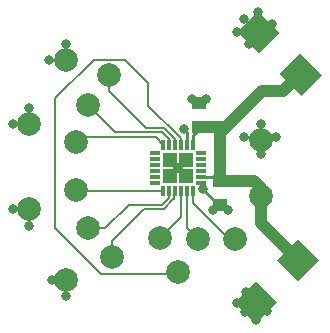
<source format=gtl>
G04 #@! TF.GenerationSoftware,KiCad,Pcbnew,(5.1.5)-3*
G04 #@! TF.CreationDate,2020-01-28T19:09:49-03:30*
G04 #@! TF.ProjectId,RPM Sensor,52504d20-5365-46e7-936f-722e6b696361,rev?*
G04 #@! TF.SameCoordinates,Original*
G04 #@! TF.FileFunction,Copper,L1,Top*
G04 #@! TF.FilePolarity,Positive*
%FSLAX46Y46*%
G04 Gerber Fmt 4.6, Leading zero omitted, Abs format (unit mm)*
G04 Created by KiCad (PCBNEW (5.1.5)-3) date 2020-01-28 19:09:49*
%MOMM*%
%LPD*%
G04 APERTURE LIST*
%ADD10C,0.100000*%
%ADD11R,1.250000X1.000000*%
%ADD12R,1.300000X1.300000*%
%ADD13R,0.300000X0.850000*%
%ADD14R,0.850000X0.300000*%
%ADD15C,2.000000*%
%ADD16C,0.800000*%
%ADD17C,0.500000*%
%ADD18C,1.000000*%
%ADD19C,0.250000*%
%ADD20C,0.152400*%
G04 APERTURE END LIST*
G04 #@! TA.AperFunction,SMDPad,CuDef*
D10*
G36*
X112170890Y-92103123D02*
G01*
X110403123Y-93870890D01*
X108600000Y-92067767D01*
X110367767Y-90300000D01*
X112170890Y-92103123D01*
G37*
G04 #@! TD.AperFunction*
G04 #@! TA.AperFunction,SMDPad,CuDef*
G36*
X108600000Y-88532233D02*
G01*
X106832233Y-90300000D01*
X105029110Y-88496877D01*
X106796877Y-86729110D01*
X108600000Y-88532233D01*
G37*
G04 #@! TD.AperFunction*
G04 #@! TA.AperFunction,SMDPad,CuDef*
G36*
X106632233Y-109600000D02*
G01*
X108400000Y-111367767D01*
X106596877Y-113170890D01*
X104829110Y-111403123D01*
X106632233Y-109600000D01*
G37*
G04 #@! TD.AperFunction*
G04 #@! TA.AperFunction,SMDPad,CuDef*
G36*
X110203123Y-106029110D02*
G01*
X111970890Y-107796877D01*
X110167767Y-109600000D01*
X108400000Y-107832233D01*
X110203123Y-106029110D01*
G37*
G04 #@! TD.AperFunction*
D11*
X101800000Y-94500000D03*
X101800000Y-96500000D03*
X103600000Y-101100000D03*
X103600000Y-103100000D03*
D12*
X99350000Y-99350000D03*
X99350000Y-100650000D03*
X100650000Y-99350000D03*
X100650000Y-100650000D03*
D13*
X98750000Y-98050000D03*
X99250000Y-98050000D03*
X99750000Y-98050000D03*
X100250000Y-98050000D03*
X100750000Y-98050000D03*
X101250000Y-98050000D03*
D14*
X101950000Y-98750000D03*
X101950000Y-99250000D03*
X101950000Y-99750000D03*
X101950000Y-100250000D03*
X101950000Y-100750000D03*
X101950000Y-101250000D03*
D13*
X101250000Y-101950000D03*
X100750000Y-101950000D03*
X100250000Y-101950000D03*
X99750000Y-101950000D03*
X99250000Y-101950000D03*
X98750000Y-101950000D03*
D14*
X98050000Y-101250000D03*
X98050000Y-100750000D03*
X98050000Y-100250000D03*
X98050000Y-99750000D03*
X98050000Y-99250000D03*
X98050000Y-98750000D03*
D15*
X91400000Y-101900000D03*
X92400000Y-105100000D03*
X107000000Y-102400000D03*
X94400000Y-107500000D03*
X94200000Y-92100000D03*
X92400000Y-94700000D03*
X91400000Y-97800000D03*
X98500000Y-105900000D03*
X101700000Y-106000000D03*
X104800000Y-106000000D03*
X100000000Y-108800000D03*
X107000000Y-97600000D03*
X87400000Y-96300000D03*
X90500000Y-90900000D03*
X87400000Y-103500000D03*
X90500000Y-109500000D03*
D16*
X104200000Y-103600000D03*
X103000000Y-103600000D03*
X102400000Y-94200000D03*
X101200000Y-94200000D03*
X100000000Y-100000000D03*
X99200000Y-100800000D03*
X100700000Y-100800000D03*
X100700000Y-99200000D03*
X99200000Y-99200000D03*
X105800000Y-110500000D03*
X105700000Y-112200000D03*
X107500000Y-112100000D03*
X106600000Y-112900000D03*
X105000000Y-111400000D03*
X106800000Y-86800000D03*
X87400000Y-104900000D03*
X108300000Y-97400000D03*
X107000000Y-96300000D03*
X105600000Y-97400000D03*
X107000000Y-98800000D03*
X105600000Y-87400000D03*
X105000000Y-88500000D03*
X106000000Y-89500000D03*
X108000000Y-87800000D03*
X87400000Y-94900000D03*
X86000000Y-96300004D03*
X86000000Y-103500000D03*
X89100004Y-90900000D03*
X90500006Y-89500000D03*
X90500000Y-110800000D03*
X89300000Y-109500000D03*
X102100000Y-101800000D03*
X100500000Y-96700000D03*
D17*
X110385445Y-92085445D02*
X110385445Y-92114555D01*
D18*
X110314555Y-92085445D02*
X110385445Y-92085445D01*
X108900000Y-93500000D02*
X110314555Y-92085445D01*
X107100000Y-93500000D02*
X108900000Y-93500000D01*
X104200000Y-96400000D02*
X107100000Y-93500000D01*
X103600000Y-97000000D02*
X104200000Y-96400000D01*
X103600000Y-101100000D02*
X103600000Y-97000000D01*
X106400000Y-101100000D02*
X103600000Y-101100000D01*
X107000000Y-101700000D02*
X106400000Y-101100000D01*
X107000000Y-104629110D02*
X107000000Y-101700000D01*
X110185445Y-107814555D02*
X107000000Y-104629110D01*
D19*
X101250000Y-97250000D02*
X102100000Y-96400000D01*
X101250000Y-98050000D02*
X101250000Y-97250000D01*
X103250000Y-100750000D02*
X103600000Y-101100000D01*
X101950000Y-100750000D02*
X103250000Y-100750000D01*
D18*
X104100000Y-96500000D02*
X104200000Y-96400000D01*
X101800000Y-96500000D02*
X104100000Y-96500000D01*
D19*
X87400000Y-103500000D02*
X87400000Y-104900000D01*
X107000000Y-97400000D02*
X108500000Y-97400000D01*
X107000000Y-97400000D02*
X105600000Y-97400000D01*
X107000000Y-97400000D02*
X107000000Y-98800000D01*
X106814555Y-88514555D02*
X106714555Y-88514555D01*
X106714555Y-88514555D02*
X105600000Y-87400000D01*
X87400000Y-96300000D02*
X87400000Y-94900000D01*
X86565685Y-96300004D02*
X86000000Y-96300004D01*
X87399996Y-96300004D02*
X86565685Y-96300004D01*
X87400000Y-96300000D02*
X87399996Y-96300004D01*
X86565685Y-103500000D02*
X86000000Y-103500000D01*
X87400000Y-103500000D02*
X86565685Y-103500000D01*
X90500000Y-90900000D02*
X89100004Y-90900000D01*
X90500006Y-90899994D02*
X90500006Y-90065685D01*
X90500000Y-90900000D02*
X90500006Y-90899994D01*
X90500006Y-90065685D02*
X90500006Y-89500000D01*
X90500000Y-109500000D02*
X90500000Y-110800000D01*
X90500000Y-109500000D02*
X89300000Y-109500000D01*
X101950000Y-101650000D02*
X102100000Y-101800000D01*
X100750000Y-98050000D02*
X100750000Y-97050000D01*
X103400000Y-103100000D02*
X103600000Y-103100000D01*
X101950000Y-101650000D02*
X103400000Y-103100000D01*
X101950000Y-101250000D02*
X101950000Y-101650000D01*
X100750000Y-97050000D02*
X100750000Y-96950000D01*
X100750000Y-96950000D02*
X100500000Y-96700000D01*
X107000000Y-97400000D02*
X107000000Y-96300000D01*
D20*
X91450000Y-101950000D02*
X91400000Y-101900000D01*
X98750000Y-101950000D02*
X91450000Y-101950000D01*
X93814213Y-105100000D02*
X92400000Y-105100000D01*
X99250000Y-102522162D02*
X98672162Y-103100000D01*
X99250000Y-101950000D02*
X99250000Y-102522162D01*
X95814213Y-103100000D02*
X93814213Y-105100000D01*
X98672162Y-103100000D02*
X95814213Y-103100000D01*
X94400000Y-106200000D02*
X94400000Y-107500000D01*
X99676201Y-101950000D02*
X99676201Y-102595961D01*
X99676201Y-102595961D02*
X99620961Y-102651201D01*
X97147590Y-103452410D02*
X94400000Y-106200000D01*
X99602410Y-102668135D02*
X98818135Y-103452410D01*
X99620961Y-102651201D02*
X99602410Y-102651201D01*
X98818135Y-103452410D02*
X97147590Y-103452410D01*
X99750000Y-101950000D02*
X99676201Y-101950000D01*
X99602410Y-102651201D02*
X99602410Y-102668135D01*
X97285787Y-96600000D02*
X94200000Y-93514213D01*
X98800000Y-96600000D02*
X97285787Y-96600000D01*
X99750000Y-98050000D02*
X99750000Y-97550000D01*
X94200000Y-93514213D02*
X94200000Y-92100000D01*
X99750000Y-97550000D02*
X98800000Y-96600000D01*
X93399999Y-95699999D02*
X92400000Y-94700000D01*
X94652410Y-96952410D02*
X93399999Y-95699999D01*
X98654028Y-96952410D02*
X94652410Y-96952410D01*
X99250000Y-97548382D02*
X98654028Y-96952410D01*
X99250000Y-98050000D02*
X99250000Y-97548382D01*
X91800000Y-97400000D02*
X91400000Y-97800000D01*
X98750000Y-98050000D02*
X98100000Y-97400000D01*
X98100000Y-97400000D02*
X91800000Y-97400000D01*
X100250000Y-104150000D02*
X98500000Y-105900000D01*
X100250000Y-101950000D02*
X100250000Y-104150000D01*
X100750000Y-105050000D02*
X101700000Y-106000000D01*
X100750000Y-101950000D02*
X100750000Y-105050000D01*
X104300000Y-106000000D02*
X104800000Y-106000000D01*
X101250000Y-101950000D02*
X101250000Y-102950000D01*
X101250000Y-102950000D02*
X104300000Y-106000000D01*
X99800000Y-109000000D02*
X100000000Y-108800000D01*
X89600000Y-105100000D02*
X93500000Y-109000000D01*
X100250000Y-97472600D02*
X97500000Y-94722600D01*
X92876201Y-90823799D02*
X89600000Y-94100000D01*
X100250000Y-98050000D02*
X100250000Y-97472600D01*
X93500000Y-109000000D02*
X99800000Y-109000000D01*
X89600000Y-94100000D02*
X89600000Y-105100000D01*
X97500000Y-94722600D02*
X97500000Y-92800000D01*
X97500000Y-92800000D02*
X95523799Y-90823799D01*
X95523799Y-90823799D02*
X92876201Y-90823799D01*
M02*

</source>
